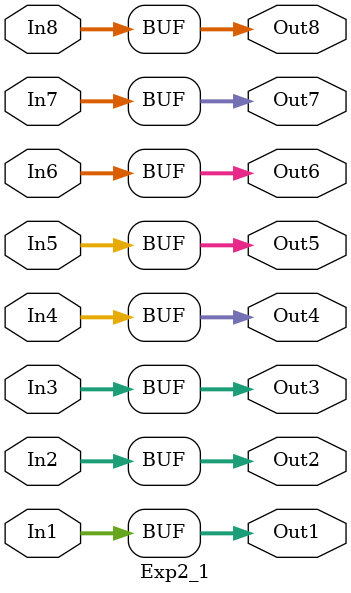
<source format=v>



`timescale 1 ns / 1 ns

module Exp2_1
          (In1,
           In2,
           In3,
           In4,
           In5,
           In6,
           In7,
           In8,
           Out1,
           Out2,
           Out3,
           Out4,
           Out5,
           Out6,
           Out7,
           Out8);


  input   [31:0] In1;  // uint32
  input   [31:0] In2;  // uint32
  input   [31:0] In3;  // uint32
  input   [31:0] In4;  // uint32
  input   [31:0] In5;  // uint32
  input   [31:0] In6;  // uint32
  input   [31:0] In7;  // uint32
  input   [31:0] In8;  // uint32
  output  [31:0] Out1;  // uint32
  output  [31:0] Out2;  // uint32
  output  [31:0] Out3;  // uint32
  output  [31:0] Out4;  // uint32
  output  [31:0] Out5;  // uint32
  output  [31:0] Out6;  // uint32
  output  [31:0] Out7;  // uint32
  output  [31:0] Out8;  // uint32




  assign Out1 = In1;

  assign Out2 = In2;

  assign Out3 = In3;

  assign Out4 = In4;

  assign Out5 = In5;

  assign Out6 = In6;

  assign Out7 = In7;

  assign Out8 = In8;

endmodule  // Exp2_1


</source>
